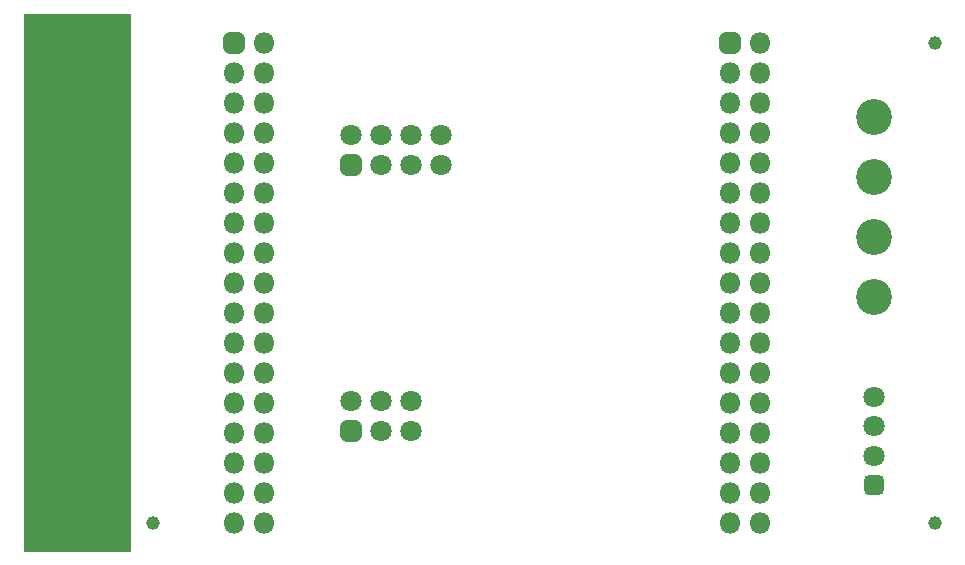
<source format=gbr>
%TF.GenerationSoftware,KiCad,Pcbnew,(6.0.5)*%
%TF.CreationDate,2023-02-06T04:07:19+00:00*%
%TF.ProjectId,AutoFloppySwitcher,4175746f-466c-46f7-9070-795377697463,rev?*%
%TF.SameCoordinates,Original*%
%TF.FileFunction,Soldermask,Bot*%
%TF.FilePolarity,Negative*%
%FSLAX46Y46*%
G04 Gerber Fmt 4.6, Leading zero omitted, Abs format (unit mm)*
G04 Created by KiCad (PCBNEW (6.0.5)) date 2023-02-06 04:07:19*
%MOMM*%
%LPD*%
G01*
G04 APERTURE LIST*
G04 Aperture macros list*
%AMRoundRect*
0 Rectangle with rounded corners*
0 $1 Rounding radius*
0 $2 $3 $4 $5 $6 $7 $8 $9 X,Y pos of 4 corners*
0 Add a 4 corners polygon primitive as box body*
4,1,4,$2,$3,$4,$5,$6,$7,$8,$9,$2,$3,0*
0 Add four circle primitives for the rounded corners*
1,1,$1+$1,$2,$3*
1,1,$1+$1,$4,$5*
1,1,$1+$1,$6,$7*
1,1,$1+$1,$8,$9*
0 Add four rect primitives between the rounded corners*
20,1,$1+$1,$2,$3,$4,$5,0*
20,1,$1+$1,$4,$5,$6,$7,0*
20,1,$1+$1,$6,$7,$8,$9,0*
20,1,$1+$1,$8,$9,$2,$3,0*%
G04 Aperture macros list end*
%ADD10C,0.100000*%
%ADD11RoundRect,0.450000X0.450000X-0.450000X0.450000X0.450000X-0.450000X0.450000X-0.450000X-0.450000X0*%
%ADD12C,1.800000*%
%ADD13C,1.152000*%
%ADD14C,3.040000*%
%ADD15RoundRect,0.450000X-0.450000X-0.450000X0.450000X-0.450000X0.450000X0.450000X-0.450000X0.450000X0*%
%ADD16O,1.800000X1.800000*%
%ADD17RoundRect,0.425000X0.425000X-0.425000X0.425000X0.425000X-0.425000X0.425000X-0.425000X-0.425000X0*%
G04 APERTURE END LIST*
%TO.C,U4*%
G36*
X82994000Y-102372500D02*
G01*
X73994000Y-102372500D01*
X73994000Y-56872500D01*
X82994000Y-56872500D01*
X82994000Y-102372500D01*
G37*
D10*
X82994000Y-102372500D02*
X73994000Y-102372500D01*
X73994000Y-56872500D01*
X82994000Y-56872500D01*
X82994000Y-102372500D01*
%TD*%
D11*
%TO.C,SW1*%
X101722000Y-92232500D03*
D12*
X104262000Y-92232500D03*
X106802000Y-92232500D03*
X101722000Y-89692500D03*
X104262000Y-89692500D03*
X106802000Y-89692500D03*
%TD*%
D13*
%TO.C,*%
X151172800Y-100042500D03*
%TD*%
D14*
%TO.C,J3*%
X146000000Y-80855500D03*
X146000000Y-75775500D03*
X146000000Y-70695500D03*
X146000000Y-65615500D03*
%TD*%
D13*
%TO.C,*%
X151170000Y-59342500D03*
%TD*%
%TO.C,REF\u002A\u002A*%
X84937600Y-100042500D03*
%TD*%
D11*
%TO.C,J1*%
X101722000Y-69690000D03*
D12*
X101722000Y-67150000D03*
X104262000Y-69690000D03*
X104262000Y-67150000D03*
X106802000Y-69690000D03*
X106802000Y-67150000D03*
X109342000Y-69690000D03*
X109342000Y-67150000D03*
%TD*%
D15*
%TO.C,U3*%
X133771000Y-59372500D03*
D16*
X136311000Y-59372500D03*
X133771000Y-61912500D03*
X136311000Y-61912500D03*
X133771000Y-64452500D03*
X136311000Y-64452500D03*
X133771000Y-66992500D03*
X136311000Y-66992500D03*
X133771000Y-69532500D03*
X136311000Y-69532500D03*
X133771000Y-72072500D03*
X136311000Y-72072500D03*
X133771000Y-74612500D03*
X136311000Y-74612500D03*
X133771000Y-77152500D03*
X136311000Y-77152500D03*
X133771000Y-79692500D03*
X136311000Y-79692500D03*
X133771000Y-82232500D03*
X136311000Y-82232500D03*
X133771000Y-84772500D03*
X136311000Y-84772500D03*
X133771000Y-87312500D03*
X136311000Y-87312500D03*
X133771000Y-89852500D03*
X136311000Y-89852500D03*
X133771000Y-92392500D03*
X136311000Y-92392500D03*
X133771000Y-94932500D03*
X136311000Y-94932500D03*
X133771000Y-97472500D03*
X136311000Y-97472500D03*
X133771000Y-100012500D03*
X136311000Y-100012500D03*
%TD*%
D15*
%TO.C,U2*%
X91816000Y-59372500D03*
D16*
X94356000Y-59372500D03*
X91816000Y-61912500D03*
X94356000Y-61912500D03*
X91816000Y-64452500D03*
X94356000Y-64452500D03*
X91816000Y-66992500D03*
X94356000Y-66992500D03*
X91816000Y-69532500D03*
X94356000Y-69532500D03*
X91816000Y-72072500D03*
X94356000Y-72072500D03*
X91816000Y-74612500D03*
X94356000Y-74612500D03*
X91816000Y-77152500D03*
X94356000Y-77152500D03*
X91816000Y-79692500D03*
X94356000Y-79692500D03*
X91816000Y-82232500D03*
X94356000Y-82232500D03*
X91816000Y-84772500D03*
X94356000Y-84772500D03*
X91816000Y-87312500D03*
X94356000Y-87312500D03*
X91816000Y-89852500D03*
X94356000Y-89852500D03*
X91816000Y-92392500D03*
X94356000Y-92392500D03*
X91816000Y-94932500D03*
X94356000Y-94932500D03*
X91816000Y-97472500D03*
X94356000Y-97472500D03*
X91816000Y-100012500D03*
X94356000Y-100012500D03*
%TD*%
D17*
%TO.C,J2*%
X146000000Y-96807500D03*
D12*
X146000000Y-94307500D03*
X146000000Y-91807500D03*
X146000000Y-89307500D03*
%TD*%
M02*

</source>
